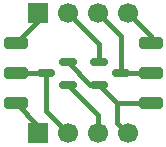
<source format=gbr>
%TF.GenerationSoftware,KiCad,Pcbnew,7.0.9*%
%TF.CreationDate,2023-11-12T02:22:26+01:00*%
%TF.ProjectId,try2,74727932-2e6b-4696-9361-645f70636258,rev?*%
%TF.SameCoordinates,Original*%
%TF.FileFunction,Copper,L1,Top*%
%TF.FilePolarity,Positive*%
%FSLAX46Y46*%
G04 Gerber Fmt 4.6, Leading zero omitted, Abs format (unit mm)*
G04 Created by KiCad (PCBNEW 7.0.9) date 2023-11-12 02:22:26*
%MOMM*%
%LPD*%
G01*
G04 APERTURE LIST*
G04 Aperture macros list*
%AMRoundRect*
0 Rectangle with rounded corners*
0 $1 Rounding radius*
0 $2 $3 $4 $5 $6 $7 $8 $9 X,Y pos of 4 corners*
0 Add a 4 corners polygon primitive as box body*
4,1,4,$2,$3,$4,$5,$6,$7,$8,$9,$2,$3,0*
0 Add four circle primitives for the rounded corners*
1,1,$1+$1,$2,$3*
1,1,$1+$1,$4,$5*
1,1,$1+$1,$6,$7*
1,1,$1+$1,$8,$9*
0 Add four rect primitives between the rounded corners*
20,1,$1+$1,$2,$3,$4,$5,0*
20,1,$1+$1,$4,$5,$6,$7,0*
20,1,$1+$1,$6,$7,$8,$9,0*
20,1,$1+$1,$8,$9,$2,$3,0*%
G04 Aperture macros list end*
%TA.AperFunction,ComponentPad*%
%ADD10C,1.700000*%
%TD*%
%TA.AperFunction,ComponentPad*%
%ADD11R,1.700000X1.700000*%
%TD*%
%TA.AperFunction,SMDPad,CuDef*%
%ADD12RoundRect,0.150000X0.587500X0.150000X-0.587500X0.150000X-0.587500X-0.150000X0.587500X-0.150000X0*%
%TD*%
%TA.AperFunction,SMDPad,CuDef*%
%ADD13RoundRect,0.150000X-0.587500X-0.150000X0.587500X-0.150000X0.587500X0.150000X-0.587500X0.150000X0*%
%TD*%
%TA.AperFunction,SMDPad,CuDef*%
%ADD14RoundRect,0.250000X-0.750000X0.250000X-0.750000X-0.250000X0.750000X-0.250000X0.750000X0.250000X0*%
%TD*%
%TA.AperFunction,Conductor*%
%ADD15C,0.400000*%
%TD*%
G04 APERTURE END LIST*
D10*
%TO.P,J3,4,Pin_4*%
%TO.N,Net-(J1-Pin_1)*%
X150495000Y-86868000D03*
%TO.P,J3,3,Pin_3*%
%TO.N,Net-(J2-Pin_1)*%
X147955000Y-86868000D03*
%TO.P,J3,2,Pin_2*%
%TO.N,Net-(J3-Pin_2)*%
X145415000Y-86868000D03*
D11*
%TO.P,J3,1,Pin_1*%
%TO.N,Net-(J3-Pin_1)*%
X142875000Y-86868000D03*
%TD*%
D12*
%TO.P,Q2,1,G*%
%TO.N,Net-(J4-Pin_3)*%
X145385000Y-92898000D03*
%TO.P,Q2,2,S*%
%TO.N,Net-(J4-Pin_4)*%
X145385000Y-90998000D03*
%TO.P,Q2,3,D*%
%TO.N,Net-(J4-Pin_2)*%
X143510000Y-91948000D03*
%TD*%
D13*
%TO.P,Q1,3,D*%
%TO.N,Net-(J2-Pin_1)*%
X149860000Y-91948000D03*
%TO.P,Q1,2,S*%
%TO.N,Net-(J4-Pin_4)*%
X147985000Y-92898000D03*
%TO.P,Q1,1,G*%
%TO.N,Net-(J3-Pin_2)*%
X147985000Y-90998000D03*
%TD*%
D14*
%TO.P,J8,1,Pin_1*%
%TO.N,Net-(J3-Pin_1)*%
X140970000Y-89408000D03*
%TD*%
%TO.P,J7,1,Pin_1*%
%TO.N,Net-(J4-Pin_4)*%
X152400000Y-94488000D03*
%TD*%
%TO.P,J6,1,Pin_1*%
%TO.N,Net-(J4-Pin_1)*%
X140970000Y-94488000D03*
%TD*%
%TO.P,J5,1,Pin_1*%
%TO.N,Net-(J4-Pin_2)*%
X140970000Y-91948000D03*
%TD*%
D10*
%TO.P,J4,4,Pin_4*%
%TO.N,Net-(J4-Pin_4)*%
X150495000Y-97028000D03*
%TO.P,J4,3,Pin_3*%
%TO.N,Net-(J4-Pin_3)*%
X147955000Y-97028000D03*
%TO.P,J4,2,Pin_2*%
%TO.N,Net-(J4-Pin_2)*%
X145415000Y-97028000D03*
D11*
%TO.P,J4,1,Pin_1*%
%TO.N,Net-(J4-Pin_1)*%
X142875000Y-97028000D03*
%TD*%
D14*
%TO.P,J2,1,Pin_1*%
%TO.N,Net-(J2-Pin_1)*%
X152400000Y-91948000D03*
%TD*%
%TO.P,J1,1,Pin_1*%
%TO.N,Net-(J1-Pin_1)*%
X152400000Y-89408000D03*
%TD*%
D15*
%TO.N,Net-(J3-Pin_1)*%
X142875000Y-87503000D02*
X142875000Y-86868000D01*
X140970000Y-89408000D02*
X142875000Y-87503000D01*
%TO.N,Net-(J4-Pin_4)*%
X149575000Y-96108000D02*
X149575000Y-94488000D01*
X150495000Y-97028000D02*
X149575000Y-96108000D01*
X149575000Y-94488000D02*
X147985000Y-92898000D01*
X152400000Y-94488000D02*
X149575000Y-94488000D01*
%TO.N,Net-(J2-Pin_1)*%
X152400000Y-91948000D02*
X149860000Y-91948000D01*
%TO.N,Net-(J1-Pin_1)*%
X152400000Y-88773000D02*
X152400000Y-89408000D01*
X150495000Y-86868000D02*
X152400000Y-88773000D01*
%TO.N,Net-(J2-Pin_1)*%
X149860000Y-88773000D02*
X149860000Y-91948000D01*
X147955000Y-86868000D02*
X149860000Y-88773000D01*
%TO.N,Net-(J3-Pin_2)*%
X147985000Y-89438000D02*
X147985000Y-90998000D01*
X145415000Y-86868000D02*
X147985000Y-89438000D01*
%TO.N,Net-(J4-Pin_2)*%
X140970000Y-91948000D02*
X143510000Y-91948000D01*
%TO.N,Net-(J4-Pin_1)*%
X142875000Y-96393000D02*
X142875000Y-97028000D01*
X140970000Y-94488000D02*
X142875000Y-96393000D01*
%TO.N,Net-(J4-Pin_2)*%
X143510000Y-91948000D02*
X143510000Y-95123000D01*
X143510000Y-95123000D02*
X145415000Y-97028000D01*
%TO.N,Net-(J4-Pin_3)*%
X147955000Y-95468000D02*
X147955000Y-97028000D01*
X145385000Y-92898000D02*
X147955000Y-95468000D01*
%TO.N,Net-(J4-Pin_4)*%
X147285000Y-92898000D02*
X147985000Y-92898000D01*
X145385000Y-90998000D02*
X147285000Y-92898000D01*
%TD*%
M02*

</source>
